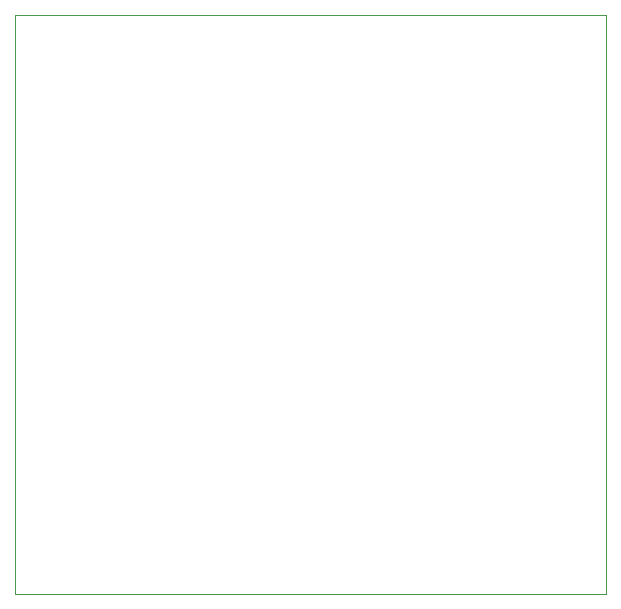
<source format=gbr>
%TF.GenerationSoftware,KiCad,Pcbnew,(6.0.6-0)*%
%TF.CreationDate,2022-07-04T00:10:09+08:00*%
%TF.ProjectId,test,74657374-2e6b-4696-9361-645f70636258,rev?*%
%TF.SameCoordinates,Original*%
%TF.FileFunction,Profile,NP*%
%FSLAX46Y46*%
G04 Gerber Fmt 4.6, Leading zero omitted, Abs format (unit mm)*
G04 Created by KiCad (PCBNEW (6.0.6-0)) date 2022-07-04 00:10:09*
%MOMM*%
%LPD*%
G01*
G04 APERTURE LIST*
%TA.AperFunction,Profile*%
%ADD10C,0.100000*%
%TD*%
G04 APERTURE END LIST*
D10*
X172000000Y-129000000D02*
X122000000Y-129000000D01*
X122000000Y-80000000D01*
X172000000Y-80000000D01*
X172000000Y-129000000D01*
M02*

</source>
